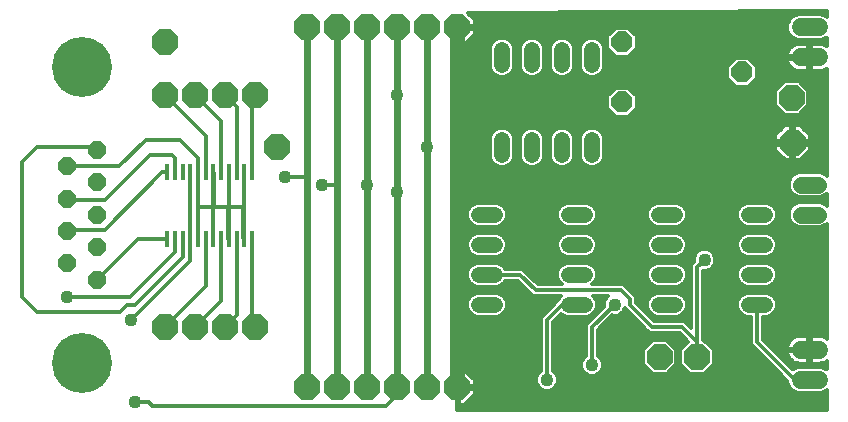
<source format=gtl>
G75*
%MOIN*%
%OFA0B0*%
%FSLAX25Y25*%
%IPPOS*%
%LPD*%
%AMOC8*
5,1,8,0,0,1.08239X$1,22.5*
%
%ADD10C,0.06000*%
%ADD11C,0.05600*%
%ADD12C,0.05200*%
%ADD13OC8,0.07000*%
%ADD14OC8,0.08500*%
%ADD15R,0.01400X0.05800*%
%ADD16OC8,0.06000*%
%ADD17C,0.20000*%
%ADD18C,0.05000*%
%ADD19C,0.01200*%
%ADD20C,0.04362*%
%ADD21C,0.02400*%
%ADD22C,0.01600*%
D10*
X0311300Y0019294D02*
X0317300Y0019294D01*
X0317300Y0029294D02*
X0311300Y0029294D01*
X0311300Y0126794D02*
X0317300Y0126794D01*
X0317300Y0136794D02*
X0311300Y0136794D01*
D11*
X0311500Y0084294D02*
X0317100Y0084294D01*
X0317100Y0074294D02*
X0311500Y0074294D01*
D12*
X0299400Y0074294D02*
X0294200Y0074294D01*
X0294200Y0064294D02*
X0299400Y0064294D01*
X0299400Y0054294D02*
X0294200Y0054294D01*
X0294200Y0044294D02*
X0299400Y0044294D01*
X0269400Y0044294D02*
X0264200Y0044294D01*
X0264200Y0054294D02*
X0269400Y0054294D01*
X0269400Y0064294D02*
X0264200Y0064294D01*
X0264200Y0074294D02*
X0269400Y0074294D01*
X0239400Y0074294D02*
X0234200Y0074294D01*
X0234200Y0064294D02*
X0239400Y0064294D01*
X0239400Y0054294D02*
X0234200Y0054294D01*
X0234200Y0044294D02*
X0239400Y0044294D01*
X0209400Y0044294D02*
X0204200Y0044294D01*
X0204200Y0054294D02*
X0209400Y0054294D01*
X0209400Y0064294D02*
X0204200Y0064294D01*
X0204200Y0074294D02*
X0209400Y0074294D01*
X0211800Y0094194D02*
X0211800Y0099394D01*
X0221800Y0099394D02*
X0221800Y0094194D01*
X0231800Y0094194D02*
X0231800Y0099394D01*
X0241800Y0099394D02*
X0241800Y0094194D01*
X0241800Y0124194D02*
X0241800Y0129394D01*
X0231800Y0129394D02*
X0231800Y0124194D01*
X0221800Y0124194D02*
X0221800Y0129394D01*
X0211800Y0129394D02*
X0211800Y0124194D01*
D13*
X0251800Y0131794D03*
X0251800Y0111794D03*
X0291800Y0121794D03*
D14*
X0308316Y0113310D03*
X0308670Y0098329D03*
X0196800Y0136794D03*
X0186800Y0136794D03*
X0176800Y0136794D03*
X0166800Y0136794D03*
X0156800Y0136794D03*
X0146800Y0136794D03*
X0129300Y0114294D03*
X0119300Y0114294D03*
X0109300Y0114294D03*
X0099300Y0114294D03*
X0099300Y0131794D03*
X0136800Y0096794D03*
X0129300Y0036794D03*
X0119300Y0036794D03*
X0109300Y0036794D03*
X0099300Y0036794D03*
X0146800Y0016794D03*
X0156800Y0016794D03*
X0166800Y0016794D03*
X0176800Y0016794D03*
X0186800Y0016794D03*
X0196800Y0016794D03*
X0264300Y0026794D03*
X0276800Y0026794D03*
D15*
X0128400Y0066225D03*
X0125800Y0066225D03*
X0123300Y0066225D03*
X0120700Y0066225D03*
X0118100Y0066225D03*
X0115600Y0066225D03*
X0113000Y0066225D03*
X0110500Y0066225D03*
X0107900Y0066225D03*
X0105300Y0066225D03*
X0102800Y0066225D03*
X0100200Y0066225D03*
X0100200Y0088425D03*
X0102800Y0088425D03*
X0105300Y0088425D03*
X0107900Y0088425D03*
X0110500Y0088425D03*
X0113000Y0088425D03*
X0115600Y0088425D03*
X0118100Y0088425D03*
X0120700Y0088425D03*
X0123300Y0088425D03*
X0125800Y0088425D03*
X0128400Y0088425D03*
D16*
X0076800Y0085094D03*
X0066800Y0090494D03*
X0076800Y0095894D03*
X0066800Y0079694D03*
X0076800Y0074294D03*
X0066800Y0068894D03*
X0076800Y0063494D03*
X0066800Y0058094D03*
X0076800Y0052694D03*
D17*
X0071800Y0024994D03*
X0071800Y0123594D03*
D18*
X0196800Y0136794D02*
X0196800Y0016794D01*
D19*
X0196800Y0017394D02*
X0196800Y0136194D01*
X0197400Y0136194D01*
X0197400Y0137394D01*
X0202650Y0137394D01*
X0202650Y0139217D01*
X0200384Y0141483D01*
X0319991Y0142175D01*
X0319991Y0140308D01*
X0319785Y0140513D01*
X0318173Y0141181D01*
X0310427Y0141181D01*
X0308815Y0140513D01*
X0307581Y0139279D01*
X0306913Y0137666D01*
X0306913Y0135921D01*
X0307581Y0134309D01*
X0308815Y0133074D01*
X0310427Y0132406D01*
X0318173Y0132406D01*
X0319785Y0133074D01*
X0319991Y0133280D01*
X0319991Y0130525D01*
X0319711Y0130728D01*
X0319066Y0131057D01*
X0318377Y0131280D01*
X0317662Y0131394D01*
X0314700Y0131394D01*
X0314700Y0127194D01*
X0313900Y0127194D01*
X0313900Y0131394D01*
X0310938Y0131394D01*
X0310223Y0131280D01*
X0309534Y0131057D01*
X0308889Y0130728D01*
X0308303Y0130302D01*
X0307791Y0129790D01*
X0307366Y0129205D01*
X0307037Y0128560D01*
X0306813Y0127871D01*
X0306706Y0127194D01*
X0313900Y0127194D01*
X0313900Y0126394D01*
X0306706Y0126394D01*
X0306813Y0125717D01*
X0307037Y0125028D01*
X0307366Y0124383D01*
X0307791Y0123797D01*
X0308303Y0123285D01*
X0308889Y0122859D01*
X0309534Y0122531D01*
X0310223Y0122307D01*
X0310938Y0122194D01*
X0313900Y0122194D01*
X0313900Y0126394D01*
X0314700Y0126394D01*
X0314700Y0122194D01*
X0317662Y0122194D01*
X0318377Y0122307D01*
X0319066Y0122531D01*
X0319711Y0122859D01*
X0319991Y0123063D01*
X0319991Y0087325D01*
X0319472Y0087844D01*
X0317933Y0088481D01*
X0310667Y0088481D01*
X0309128Y0087844D01*
X0307950Y0086666D01*
X0307313Y0085127D01*
X0307313Y0083461D01*
X0307950Y0081922D01*
X0309128Y0080744D01*
X0310667Y0080106D01*
X0317933Y0080106D01*
X0319472Y0080744D01*
X0319991Y0081262D01*
X0319991Y0077325D01*
X0319472Y0077844D01*
X0317933Y0078481D01*
X0310667Y0078481D01*
X0309128Y0077844D01*
X0307950Y0076666D01*
X0307313Y0075127D01*
X0307313Y0073461D01*
X0307950Y0071922D01*
X0309128Y0070744D01*
X0310667Y0070106D01*
X0317933Y0070106D01*
X0319472Y0070744D01*
X0319991Y0071262D01*
X0319991Y0033025D01*
X0319711Y0033228D01*
X0319066Y0033557D01*
X0318377Y0033780D01*
X0317662Y0033894D01*
X0314700Y0033894D01*
X0314700Y0029694D01*
X0313900Y0029694D01*
X0313900Y0033894D01*
X0310938Y0033894D01*
X0310223Y0033780D01*
X0309534Y0033557D01*
X0308889Y0033228D01*
X0308303Y0032802D01*
X0307791Y0032290D01*
X0307366Y0031705D01*
X0307037Y0031060D01*
X0306813Y0030371D01*
X0306706Y0029694D01*
X0313900Y0029694D01*
X0313900Y0028894D01*
X0306706Y0028894D01*
X0306813Y0028217D01*
X0307037Y0027528D01*
X0307366Y0026883D01*
X0307791Y0026297D01*
X0308303Y0025785D01*
X0308889Y0025359D01*
X0309534Y0025031D01*
X0310223Y0024807D01*
X0310938Y0024694D01*
X0313900Y0024694D01*
X0313900Y0028894D01*
X0314700Y0028894D01*
X0314700Y0024694D01*
X0317662Y0024694D01*
X0318377Y0024807D01*
X0319066Y0025031D01*
X0319711Y0025359D01*
X0319991Y0025563D01*
X0319991Y0022808D01*
X0319785Y0023013D01*
X0318173Y0023681D01*
X0310427Y0023681D01*
X0308815Y0023013D01*
X0308603Y0022801D01*
X0298787Y0032617D01*
X0298787Y0040306D01*
X0300193Y0040306D01*
X0301659Y0040913D01*
X0302780Y0042035D01*
X0303387Y0043501D01*
X0303387Y0045087D01*
X0302780Y0046552D01*
X0301659Y0047674D01*
X0300193Y0048281D01*
X0293407Y0048281D01*
X0291941Y0047674D01*
X0290820Y0046552D01*
X0290213Y0045087D01*
X0290213Y0043501D01*
X0290820Y0042035D01*
X0291941Y0040913D01*
X0293407Y0040306D01*
X0294813Y0040306D01*
X0294813Y0030971D01*
X0295977Y0029806D01*
X0306913Y0018871D01*
X0306913Y0018421D01*
X0307581Y0016809D01*
X0308815Y0015574D01*
X0310427Y0014906D01*
X0318173Y0014906D01*
X0319785Y0015574D01*
X0319991Y0015780D01*
X0319991Y0009194D01*
X0196800Y0009194D01*
X0196800Y0016194D01*
X0197400Y0016194D01*
X0197400Y0017394D01*
X0196800Y0017394D01*
X0196800Y0017580D02*
X0197400Y0017580D01*
X0197400Y0017394D02*
X0197400Y0022644D01*
X0199223Y0022644D01*
X0202650Y0019217D01*
X0202650Y0017394D01*
X0197400Y0017394D01*
X0197400Y0016382D02*
X0224665Y0016382D01*
X0224779Y0016269D02*
X0226090Y0015725D01*
X0227510Y0015725D01*
X0228821Y0016269D01*
X0229825Y0017272D01*
X0230368Y0018584D01*
X0230368Y0020004D01*
X0229825Y0021315D01*
X0228821Y0022319D01*
X0228787Y0022333D01*
X0228787Y0038471D01*
X0231586Y0041269D01*
X0231941Y0040913D01*
X0233407Y0040306D01*
X0240193Y0040306D01*
X0241659Y0040913D01*
X0242780Y0042035D01*
X0243387Y0043501D01*
X0243387Y0045087D01*
X0242780Y0046552D01*
X0242204Y0047129D01*
X0247089Y0047129D01*
X0246275Y0046315D01*
X0245731Y0045004D01*
X0245731Y0043584D01*
X0245746Y0043550D01*
X0240977Y0038781D01*
X0239813Y0037617D01*
X0239813Y0027333D01*
X0239779Y0027319D01*
X0238775Y0026315D01*
X0238231Y0025004D01*
X0238231Y0023584D01*
X0238775Y0022272D01*
X0239779Y0021269D01*
X0241090Y0020725D01*
X0242510Y0020725D01*
X0243821Y0021269D01*
X0244825Y0022272D01*
X0245368Y0023584D01*
X0245368Y0025004D01*
X0244825Y0026315D01*
X0243821Y0027319D01*
X0243787Y0027333D01*
X0243787Y0035971D01*
X0248556Y0040739D01*
X0248590Y0040725D01*
X0250010Y0040725D01*
X0251321Y0041269D01*
X0252325Y0042272D01*
X0252672Y0043111D01*
X0259813Y0035971D01*
X0260977Y0034806D01*
X0270977Y0034806D01*
X0273908Y0031875D01*
X0271163Y0029129D01*
X0271163Y0024459D01*
X0274465Y0021156D01*
X0279135Y0021156D01*
X0282437Y0024459D01*
X0282437Y0029129D01*
X0279135Y0032431D01*
X0278787Y0032431D01*
X0278787Y0055725D01*
X0280010Y0055725D01*
X0281321Y0056269D01*
X0282325Y0057272D01*
X0282868Y0058584D01*
X0282868Y0060004D01*
X0282325Y0061315D01*
X0281321Y0062319D01*
X0280010Y0062862D01*
X0278590Y0062862D01*
X0277279Y0062319D01*
X0276275Y0061315D01*
X0275731Y0060004D01*
X0275731Y0058584D01*
X0275746Y0058550D01*
X0274813Y0057617D01*
X0274813Y0036592D01*
X0272623Y0038781D01*
X0262623Y0038781D01*
X0256465Y0044940D01*
X0256465Y0046987D01*
X0253512Y0049940D01*
X0252348Y0051104D01*
X0241849Y0051104D01*
X0242780Y0052035D01*
X0243387Y0053501D01*
X0243387Y0055087D01*
X0242780Y0056552D01*
X0241659Y0057674D01*
X0240193Y0058281D01*
X0233407Y0058281D01*
X0231941Y0057674D01*
X0230820Y0056552D01*
X0230213Y0055087D01*
X0230213Y0053501D01*
X0230820Y0052035D01*
X0231751Y0051104D01*
X0223804Y0051104D01*
X0218627Y0056281D01*
X0212893Y0056281D01*
X0212780Y0056552D01*
X0211659Y0057674D01*
X0210193Y0058281D01*
X0203407Y0058281D01*
X0201941Y0057674D01*
X0200820Y0056552D01*
X0200213Y0055087D01*
X0200213Y0053501D01*
X0200820Y0052035D01*
X0201941Y0050913D01*
X0203407Y0050306D01*
X0210193Y0050306D01*
X0211659Y0050913D01*
X0212780Y0052035D01*
X0212893Y0052306D01*
X0216981Y0052306D01*
X0222158Y0047129D01*
X0231396Y0047129D01*
X0230820Y0046552D01*
X0230517Y0045821D01*
X0229813Y0045117D01*
X0225977Y0041281D01*
X0224813Y0040117D01*
X0224813Y0022333D01*
X0224779Y0022319D01*
X0223775Y0021315D01*
X0223231Y0020004D01*
X0223231Y0018584D01*
X0223775Y0017272D01*
X0224779Y0016269D01*
X0223647Y0017580D02*
X0202650Y0017580D01*
X0202650Y0018779D02*
X0223231Y0018779D01*
X0223231Y0019977D02*
X0201890Y0019977D01*
X0200691Y0021176D02*
X0223717Y0021176D01*
X0224813Y0022374D02*
X0199492Y0022374D01*
X0197400Y0022374D02*
X0196800Y0022374D01*
X0196800Y0021176D02*
X0197400Y0021176D01*
X0197400Y0019977D02*
X0196800Y0019977D01*
X0196800Y0018779D02*
X0197400Y0018779D01*
X0197400Y0016194D02*
X0202650Y0016194D01*
X0202650Y0014371D01*
X0199223Y0010944D01*
X0197400Y0010944D01*
X0197400Y0016194D01*
X0197400Y0015183D02*
X0196800Y0015183D01*
X0196800Y0013985D02*
X0197400Y0013985D01*
X0197400Y0012786D02*
X0196800Y0012786D01*
X0196800Y0011588D02*
X0197400Y0011588D01*
X0196800Y0010389D02*
X0319991Y0010389D01*
X0319991Y0011588D02*
X0199867Y0011588D01*
X0201066Y0012786D02*
X0319991Y0012786D01*
X0319991Y0013985D02*
X0202264Y0013985D01*
X0202650Y0015183D02*
X0309759Y0015183D01*
X0308007Y0016382D02*
X0228935Y0016382D01*
X0229953Y0017580D02*
X0307261Y0017580D01*
X0306913Y0018779D02*
X0230368Y0018779D01*
X0230368Y0019977D02*
X0305806Y0019977D01*
X0304607Y0021176D02*
X0279155Y0021176D01*
X0280353Y0022374D02*
X0303409Y0022374D01*
X0302210Y0023573D02*
X0281552Y0023573D01*
X0282437Y0024771D02*
X0301012Y0024771D01*
X0299813Y0025970D02*
X0282437Y0025970D01*
X0282437Y0027168D02*
X0298615Y0027168D01*
X0297416Y0028367D02*
X0282437Y0028367D01*
X0282001Y0029565D02*
X0296218Y0029565D01*
X0295019Y0030764D02*
X0280802Y0030764D01*
X0279604Y0031963D02*
X0294813Y0031963D01*
X0294813Y0033161D02*
X0278787Y0033161D01*
X0278787Y0034360D02*
X0294813Y0034360D01*
X0294813Y0035558D02*
X0278787Y0035558D01*
X0278787Y0036757D02*
X0294813Y0036757D01*
X0294813Y0037955D02*
X0278787Y0037955D01*
X0278787Y0039154D02*
X0294813Y0039154D01*
X0293296Y0040352D02*
X0278787Y0040352D01*
X0278787Y0041551D02*
X0291304Y0041551D01*
X0290524Y0042749D02*
X0278787Y0042749D01*
X0278787Y0043948D02*
X0290213Y0043948D01*
X0290237Y0045146D02*
X0278787Y0045146D01*
X0278787Y0046345D02*
X0290734Y0046345D01*
X0291810Y0047543D02*
X0278787Y0047543D01*
X0278787Y0048742D02*
X0319991Y0048742D01*
X0319991Y0049940D02*
X0278787Y0049940D01*
X0278787Y0051139D02*
X0291716Y0051139D01*
X0291941Y0050913D02*
X0293407Y0050306D01*
X0300193Y0050306D01*
X0301659Y0050913D01*
X0302780Y0052035D01*
X0303387Y0053501D01*
X0303387Y0055087D01*
X0302780Y0056552D01*
X0301659Y0057674D01*
X0300193Y0058281D01*
X0293407Y0058281D01*
X0291941Y0057674D01*
X0290820Y0056552D01*
X0290213Y0055087D01*
X0290213Y0053501D01*
X0290820Y0052035D01*
X0291941Y0050913D01*
X0290695Y0052337D02*
X0278787Y0052337D01*
X0278787Y0053536D02*
X0290213Y0053536D01*
X0290213Y0054734D02*
X0278787Y0054734D01*
X0280511Y0055933D02*
X0290563Y0055933D01*
X0291398Y0057131D02*
X0282184Y0057131D01*
X0282763Y0058330D02*
X0319991Y0058330D01*
X0319991Y0059528D02*
X0282868Y0059528D01*
X0282569Y0060727D02*
X0292392Y0060727D01*
X0291941Y0060913D02*
X0293407Y0060306D01*
X0300193Y0060306D01*
X0301659Y0060913D01*
X0302780Y0062035D01*
X0303387Y0063501D01*
X0303387Y0065087D01*
X0302780Y0066552D01*
X0301659Y0067674D01*
X0300193Y0068281D01*
X0293407Y0068281D01*
X0291941Y0067674D01*
X0290820Y0066552D01*
X0290213Y0065087D01*
X0290213Y0063501D01*
X0290820Y0062035D01*
X0291941Y0060913D01*
X0290929Y0061925D02*
X0281715Y0061925D01*
X0279300Y0059294D02*
X0276800Y0056794D01*
X0276800Y0031794D01*
X0276800Y0029294D01*
X0276800Y0026794D01*
X0271163Y0027168D02*
X0269937Y0027168D01*
X0269937Y0025970D02*
X0271163Y0025970D01*
X0271163Y0024771D02*
X0269937Y0024771D01*
X0269937Y0024459D02*
X0266635Y0021156D01*
X0261965Y0021156D01*
X0258663Y0024459D01*
X0258663Y0029129D01*
X0261965Y0032431D01*
X0266635Y0032431D01*
X0269937Y0029129D01*
X0269937Y0024459D01*
X0269052Y0023573D02*
X0272048Y0023573D01*
X0273247Y0022374D02*
X0267853Y0022374D01*
X0266655Y0021176D02*
X0274445Y0021176D01*
X0271163Y0028367D02*
X0269937Y0028367D01*
X0269501Y0029565D02*
X0271599Y0029565D01*
X0272798Y0030764D02*
X0268302Y0030764D01*
X0267104Y0031963D02*
X0273821Y0031963D01*
X0272622Y0033161D02*
X0243787Y0033161D01*
X0243787Y0031963D02*
X0261496Y0031963D01*
X0260298Y0030764D02*
X0243787Y0030764D01*
X0243787Y0029565D02*
X0259099Y0029565D01*
X0258663Y0028367D02*
X0243787Y0028367D01*
X0243972Y0027168D02*
X0258663Y0027168D01*
X0258663Y0025970D02*
X0244968Y0025970D01*
X0245368Y0024771D02*
X0258663Y0024771D01*
X0259548Y0023573D02*
X0245364Y0023573D01*
X0244867Y0022374D02*
X0260747Y0022374D01*
X0261945Y0021176D02*
X0243598Y0021176D01*
X0240002Y0021176D02*
X0229883Y0021176D01*
X0228787Y0022374D02*
X0238732Y0022374D01*
X0238236Y0023573D02*
X0228787Y0023573D01*
X0228787Y0024771D02*
X0238231Y0024771D01*
X0238632Y0025970D02*
X0228787Y0025970D01*
X0228787Y0027168D02*
X0239628Y0027168D01*
X0239813Y0028367D02*
X0228787Y0028367D01*
X0228787Y0029565D02*
X0239813Y0029565D01*
X0239813Y0030764D02*
X0228787Y0030764D01*
X0228787Y0031963D02*
X0239813Y0031963D01*
X0239813Y0033161D02*
X0228787Y0033161D01*
X0228787Y0034360D02*
X0239813Y0034360D01*
X0239813Y0035558D02*
X0228787Y0035558D01*
X0228787Y0036757D02*
X0239813Y0036757D01*
X0240151Y0037955D02*
X0228787Y0037955D01*
X0229470Y0039154D02*
X0241349Y0039154D01*
X0240304Y0040352D02*
X0242548Y0040352D01*
X0242296Y0041551D02*
X0243746Y0041551D01*
X0243076Y0042749D02*
X0244945Y0042749D01*
X0245731Y0043948D02*
X0243387Y0043948D01*
X0243363Y0045146D02*
X0245791Y0045146D01*
X0246304Y0046345D02*
X0242866Y0046345D01*
X0236800Y0044294D02*
X0231800Y0044294D01*
X0226800Y0039294D01*
X0226800Y0019294D01*
X0224813Y0023573D02*
X0196800Y0023573D01*
X0196800Y0024771D02*
X0224813Y0024771D01*
X0224813Y0025970D02*
X0196800Y0025970D01*
X0196800Y0027168D02*
X0224813Y0027168D01*
X0224813Y0028367D02*
X0196800Y0028367D01*
X0196800Y0029565D02*
X0224813Y0029565D01*
X0224813Y0030764D02*
X0196800Y0030764D01*
X0196800Y0031963D02*
X0224813Y0031963D01*
X0224813Y0033161D02*
X0196800Y0033161D01*
X0196800Y0034360D02*
X0224813Y0034360D01*
X0224813Y0035558D02*
X0196800Y0035558D01*
X0196800Y0036757D02*
X0224813Y0036757D01*
X0224813Y0037955D02*
X0196800Y0037955D01*
X0196800Y0039154D02*
X0224813Y0039154D01*
X0225048Y0040352D02*
X0210304Y0040352D01*
X0210193Y0040306D02*
X0211659Y0040913D01*
X0212780Y0042035D01*
X0213387Y0043501D01*
X0213387Y0045087D01*
X0212780Y0046552D01*
X0211659Y0047674D01*
X0210193Y0048281D01*
X0203407Y0048281D01*
X0201941Y0047674D01*
X0200820Y0046552D01*
X0200213Y0045087D01*
X0200213Y0043501D01*
X0200820Y0042035D01*
X0201941Y0040913D01*
X0203407Y0040306D01*
X0210193Y0040306D01*
X0212296Y0041551D02*
X0226246Y0041551D01*
X0227445Y0042749D02*
X0213076Y0042749D01*
X0213387Y0043948D02*
X0228643Y0043948D01*
X0229842Y0045146D02*
X0213363Y0045146D01*
X0212866Y0046345D02*
X0230734Y0046345D01*
X0231716Y0051139D02*
X0223770Y0051139D01*
X0222571Y0052337D02*
X0230695Y0052337D01*
X0230213Y0053536D02*
X0221373Y0053536D01*
X0220174Y0054734D02*
X0230213Y0054734D01*
X0230563Y0055933D02*
X0218976Y0055933D01*
X0217804Y0054294D02*
X0222981Y0049117D01*
X0251524Y0049117D01*
X0254477Y0046164D01*
X0254477Y0044117D01*
X0261800Y0036794D01*
X0271800Y0036794D01*
X0276800Y0031794D01*
X0271424Y0034360D02*
X0243787Y0034360D01*
X0243787Y0035558D02*
X0260225Y0035558D01*
X0259027Y0036757D02*
X0244573Y0036757D01*
X0245772Y0037955D02*
X0257828Y0037955D01*
X0256630Y0039154D02*
X0246970Y0039154D01*
X0248169Y0040352D02*
X0255431Y0040352D01*
X0254233Y0041551D02*
X0251603Y0041551D01*
X0252523Y0042749D02*
X0253034Y0042749D01*
X0249300Y0044294D02*
X0241800Y0036794D01*
X0241800Y0024294D01*
X0219300Y0034294D02*
X0216800Y0034294D01*
X0203296Y0040352D02*
X0196800Y0040352D01*
X0196800Y0041551D02*
X0201304Y0041551D01*
X0200524Y0042749D02*
X0196800Y0042749D01*
X0196800Y0043948D02*
X0200213Y0043948D01*
X0200237Y0045146D02*
X0196800Y0045146D01*
X0196800Y0046345D02*
X0200734Y0046345D01*
X0201810Y0047543D02*
X0196800Y0047543D01*
X0196800Y0048742D02*
X0220545Y0048742D01*
X0219347Y0049940D02*
X0196800Y0049940D01*
X0196800Y0051139D02*
X0201716Y0051139D01*
X0200695Y0052337D02*
X0196800Y0052337D01*
X0196800Y0053536D02*
X0200213Y0053536D01*
X0200213Y0054734D02*
X0196800Y0054734D01*
X0196800Y0055933D02*
X0200563Y0055933D01*
X0201398Y0057131D02*
X0196800Y0057131D01*
X0196800Y0058330D02*
X0275525Y0058330D01*
X0275731Y0059528D02*
X0196800Y0059528D01*
X0196800Y0060727D02*
X0202392Y0060727D01*
X0201941Y0060913D02*
X0203407Y0060306D01*
X0210193Y0060306D01*
X0211659Y0060913D01*
X0212780Y0062035D01*
X0213387Y0063501D01*
X0213387Y0065087D01*
X0212780Y0066552D01*
X0211659Y0067674D01*
X0210193Y0068281D01*
X0203407Y0068281D01*
X0201941Y0067674D01*
X0200820Y0066552D01*
X0200213Y0065087D01*
X0200213Y0063501D01*
X0200820Y0062035D01*
X0201941Y0060913D01*
X0200929Y0061925D02*
X0196800Y0061925D01*
X0196800Y0063124D02*
X0200369Y0063124D01*
X0200213Y0064322D02*
X0196800Y0064322D01*
X0196800Y0065521D02*
X0200392Y0065521D01*
X0200987Y0066719D02*
X0196800Y0066719D01*
X0196800Y0067918D02*
X0202530Y0067918D01*
X0203407Y0070306D02*
X0201941Y0070913D01*
X0200820Y0072035D01*
X0200213Y0073501D01*
X0200213Y0075087D01*
X0200820Y0076552D01*
X0201941Y0077674D01*
X0203407Y0078281D01*
X0210193Y0078281D01*
X0211659Y0077674D01*
X0212780Y0076552D01*
X0213387Y0075087D01*
X0213387Y0073501D01*
X0212780Y0072035D01*
X0211659Y0070913D01*
X0210193Y0070306D01*
X0203407Y0070306D01*
X0203386Y0070315D02*
X0196800Y0070315D01*
X0196800Y0071513D02*
X0201341Y0071513D01*
X0200539Y0072712D02*
X0196800Y0072712D01*
X0196800Y0073910D02*
X0200213Y0073910D01*
X0200222Y0075109D02*
X0196800Y0075109D01*
X0196800Y0076307D02*
X0200718Y0076307D01*
X0201773Y0077506D02*
X0196800Y0077506D01*
X0196800Y0078704D02*
X0319991Y0078704D01*
X0319991Y0077506D02*
X0319810Y0077506D01*
X0319991Y0079903D02*
X0196800Y0079903D01*
X0196800Y0081101D02*
X0308770Y0081101D01*
X0307793Y0082300D02*
X0196800Y0082300D01*
X0196800Y0083498D02*
X0307313Y0083498D01*
X0307313Y0084697D02*
X0196800Y0084697D01*
X0196800Y0085896D02*
X0307631Y0085896D01*
X0308378Y0087094D02*
X0196800Y0087094D01*
X0196800Y0088293D02*
X0310212Y0088293D01*
X0311093Y0092479D02*
X0314520Y0095906D01*
X0314520Y0097729D01*
X0309270Y0097729D01*
X0309270Y0092479D01*
X0311093Y0092479D01*
X0311701Y0093087D02*
X0319991Y0093087D01*
X0319991Y0094285D02*
X0312899Y0094285D01*
X0314098Y0095484D02*
X0319991Y0095484D01*
X0319991Y0096682D02*
X0314520Y0096682D01*
X0314520Y0098929D02*
X0309270Y0098929D01*
X0309270Y0097729D01*
X0308070Y0097729D01*
X0308070Y0092479D01*
X0306247Y0092479D01*
X0302820Y0095906D01*
X0302820Y0097729D01*
X0308070Y0097729D01*
X0308070Y0098929D01*
X0302820Y0098929D01*
X0302820Y0100752D01*
X0306247Y0104179D01*
X0308070Y0104179D01*
X0308070Y0098929D01*
X0309270Y0098929D01*
X0309270Y0104179D01*
X0311093Y0104179D01*
X0314520Y0100752D01*
X0314520Y0098929D01*
X0314520Y0099079D02*
X0319991Y0099079D01*
X0319991Y0097881D02*
X0309270Y0097881D01*
X0309270Y0099079D02*
X0308070Y0099079D01*
X0308070Y0097881D02*
X0245787Y0097881D01*
X0245787Y0099079D02*
X0302820Y0099079D01*
X0302820Y0100278D02*
X0245750Y0100278D01*
X0245787Y0100187D02*
X0245180Y0101652D01*
X0244059Y0102774D01*
X0242593Y0103381D01*
X0241007Y0103381D01*
X0239541Y0102774D01*
X0238420Y0101652D01*
X0237813Y0100187D01*
X0237813Y0093401D01*
X0238420Y0091935D01*
X0239541Y0090813D01*
X0241007Y0090206D01*
X0242593Y0090206D01*
X0244059Y0090813D01*
X0245180Y0091935D01*
X0245787Y0093401D01*
X0245787Y0100187D01*
X0245253Y0101476D02*
X0303544Y0101476D01*
X0304742Y0102675D02*
X0244158Y0102675D01*
X0239442Y0102675D02*
X0234158Y0102675D01*
X0234059Y0102774D02*
X0232593Y0103381D01*
X0231007Y0103381D01*
X0229541Y0102774D01*
X0228420Y0101652D01*
X0227813Y0100187D01*
X0227813Y0093401D01*
X0228420Y0091935D01*
X0229541Y0090813D01*
X0231007Y0090206D01*
X0232593Y0090206D01*
X0234059Y0090813D01*
X0235180Y0091935D01*
X0235787Y0093401D01*
X0235787Y0100187D01*
X0235180Y0101652D01*
X0234059Y0102774D01*
X0235253Y0101476D02*
X0238347Y0101476D01*
X0237850Y0100278D02*
X0235750Y0100278D01*
X0235787Y0099079D02*
X0237813Y0099079D01*
X0237813Y0097881D02*
X0235787Y0097881D01*
X0235787Y0096682D02*
X0237813Y0096682D01*
X0237813Y0095484D02*
X0235787Y0095484D01*
X0235787Y0094285D02*
X0237813Y0094285D01*
X0237943Y0093087D02*
X0235657Y0093087D01*
X0235133Y0091888D02*
X0238467Y0091888D01*
X0239840Y0090690D02*
X0233760Y0090690D01*
X0229840Y0090690D02*
X0223760Y0090690D01*
X0224059Y0090813D02*
X0225180Y0091935D01*
X0225787Y0093401D01*
X0225787Y0100187D01*
X0225180Y0101652D01*
X0224059Y0102774D01*
X0222593Y0103381D01*
X0221007Y0103381D01*
X0219541Y0102774D01*
X0218420Y0101652D01*
X0217813Y0100187D01*
X0217813Y0093401D01*
X0218420Y0091935D01*
X0219541Y0090813D01*
X0221007Y0090206D01*
X0222593Y0090206D01*
X0224059Y0090813D01*
X0225133Y0091888D02*
X0228467Y0091888D01*
X0227943Y0093087D02*
X0225657Y0093087D01*
X0225787Y0094285D02*
X0227813Y0094285D01*
X0227813Y0095484D02*
X0225787Y0095484D01*
X0225787Y0096682D02*
X0227813Y0096682D01*
X0227813Y0097881D02*
X0225787Y0097881D01*
X0225787Y0099079D02*
X0227813Y0099079D01*
X0227850Y0100278D02*
X0225750Y0100278D01*
X0225253Y0101476D02*
X0228347Y0101476D01*
X0229442Y0102675D02*
X0224158Y0102675D01*
X0219442Y0102675D02*
X0214158Y0102675D01*
X0214059Y0102774D02*
X0212593Y0103381D01*
X0211007Y0103381D01*
X0209541Y0102774D01*
X0208420Y0101652D01*
X0207813Y0100187D01*
X0207813Y0093401D01*
X0208420Y0091935D01*
X0209541Y0090813D01*
X0211007Y0090206D01*
X0212593Y0090206D01*
X0214059Y0090813D01*
X0215180Y0091935D01*
X0215787Y0093401D01*
X0215787Y0100187D01*
X0215180Y0101652D01*
X0214059Y0102774D01*
X0215253Y0101476D02*
X0218347Y0101476D01*
X0217850Y0100278D02*
X0215750Y0100278D01*
X0215787Y0099079D02*
X0217813Y0099079D01*
X0217813Y0097881D02*
X0215787Y0097881D01*
X0215787Y0096682D02*
X0217813Y0096682D01*
X0217813Y0095484D02*
X0215787Y0095484D01*
X0215787Y0094285D02*
X0217813Y0094285D01*
X0217943Y0093087D02*
X0215657Y0093087D01*
X0215133Y0091888D02*
X0218467Y0091888D01*
X0219840Y0090690D02*
X0213760Y0090690D01*
X0209840Y0090690D02*
X0196800Y0090690D01*
X0196800Y0091888D02*
X0208467Y0091888D01*
X0207943Y0093087D02*
X0196800Y0093087D01*
X0196800Y0094285D02*
X0207813Y0094285D01*
X0207813Y0095484D02*
X0196800Y0095484D01*
X0196800Y0096682D02*
X0207813Y0096682D01*
X0207813Y0097881D02*
X0196800Y0097881D01*
X0196800Y0099079D02*
X0207813Y0099079D01*
X0207850Y0100278D02*
X0196800Y0100278D01*
X0196800Y0101476D02*
X0208347Y0101476D01*
X0209442Y0102675D02*
X0196800Y0102675D01*
X0196800Y0103873D02*
X0305941Y0103873D01*
X0308070Y0103873D02*
X0309270Y0103873D01*
X0309270Y0102675D02*
X0308070Y0102675D01*
X0308070Y0101476D02*
X0309270Y0101476D01*
X0309270Y0100278D02*
X0308070Y0100278D01*
X0312598Y0102675D02*
X0319991Y0102675D01*
X0319991Y0103873D02*
X0311399Y0103873D01*
X0313796Y0101476D02*
X0319991Y0101476D01*
X0319991Y0100278D02*
X0314520Y0100278D01*
X0309270Y0096682D02*
X0308070Y0096682D01*
X0308070Y0095484D02*
X0309270Y0095484D01*
X0309270Y0094285D02*
X0308070Y0094285D01*
X0308070Y0093087D02*
X0309270Y0093087D01*
X0305640Y0093087D02*
X0245657Y0093087D01*
X0245787Y0094285D02*
X0304441Y0094285D01*
X0303243Y0095484D02*
X0245787Y0095484D01*
X0245787Y0096682D02*
X0302820Y0096682D01*
X0318388Y0088293D02*
X0319991Y0088293D01*
X0319991Y0089491D02*
X0196800Y0089491D01*
X0199300Y0086794D02*
X0199300Y0081794D01*
X0211827Y0077506D02*
X0231773Y0077506D01*
X0231941Y0077674D02*
X0230820Y0076552D01*
X0230213Y0075087D01*
X0230213Y0073501D01*
X0230820Y0072035D01*
X0231941Y0070913D01*
X0233407Y0070306D01*
X0240193Y0070306D01*
X0241659Y0070913D01*
X0242780Y0072035D01*
X0243387Y0073501D01*
X0243387Y0075087D01*
X0242780Y0076552D01*
X0241659Y0077674D01*
X0240193Y0078281D01*
X0233407Y0078281D01*
X0231941Y0077674D01*
X0230718Y0076307D02*
X0212882Y0076307D01*
X0213378Y0075109D02*
X0230222Y0075109D01*
X0230213Y0073910D02*
X0213387Y0073910D01*
X0213061Y0072712D02*
X0230539Y0072712D01*
X0231341Y0071513D02*
X0212259Y0071513D01*
X0210214Y0070315D02*
X0233386Y0070315D01*
X0233407Y0068281D02*
X0231941Y0067674D01*
X0230820Y0066552D01*
X0230213Y0065087D01*
X0230213Y0063501D01*
X0230820Y0062035D01*
X0231941Y0060913D01*
X0233407Y0060306D01*
X0240193Y0060306D01*
X0241659Y0060913D01*
X0242780Y0062035D01*
X0243387Y0063501D01*
X0243387Y0065087D01*
X0242780Y0066552D01*
X0241659Y0067674D01*
X0240193Y0068281D01*
X0233407Y0068281D01*
X0232530Y0067918D02*
X0211070Y0067918D01*
X0212613Y0066719D02*
X0230987Y0066719D01*
X0230392Y0065521D02*
X0213208Y0065521D01*
X0213387Y0064322D02*
X0230213Y0064322D01*
X0230369Y0063124D02*
X0213231Y0063124D01*
X0212671Y0061925D02*
X0230929Y0061925D01*
X0232392Y0060727D02*
X0211208Y0060727D01*
X0212202Y0057131D02*
X0231398Y0057131D01*
X0221800Y0056794D02*
X0221800Y0059294D01*
X0217804Y0054294D02*
X0206800Y0054294D01*
X0211884Y0051139D02*
X0218148Y0051139D01*
X0221744Y0047543D02*
X0211790Y0047543D01*
X0230669Y0040352D02*
X0233296Y0040352D01*
X0241884Y0051139D02*
X0261716Y0051139D01*
X0261941Y0050913D02*
X0263407Y0050306D01*
X0270193Y0050306D01*
X0271659Y0050913D01*
X0272780Y0052035D01*
X0273387Y0053501D01*
X0273387Y0055087D01*
X0272780Y0056552D01*
X0271659Y0057674D01*
X0270193Y0058281D01*
X0263407Y0058281D01*
X0261941Y0057674D01*
X0260820Y0056552D01*
X0260213Y0055087D01*
X0260213Y0053501D01*
X0260820Y0052035D01*
X0261941Y0050913D01*
X0260695Y0052337D02*
X0242905Y0052337D01*
X0243387Y0053536D02*
X0260213Y0053536D01*
X0260213Y0054734D02*
X0243387Y0054734D01*
X0243037Y0055933D02*
X0260563Y0055933D01*
X0261398Y0057131D02*
X0242202Y0057131D01*
X0241208Y0060727D02*
X0262392Y0060727D01*
X0261941Y0060913D02*
X0263407Y0060306D01*
X0270193Y0060306D01*
X0271659Y0060913D01*
X0272780Y0062035D01*
X0273387Y0063501D01*
X0273387Y0065087D01*
X0272780Y0066552D01*
X0271659Y0067674D01*
X0270193Y0068281D01*
X0263407Y0068281D01*
X0261941Y0067674D01*
X0260820Y0066552D01*
X0260213Y0065087D01*
X0260213Y0063501D01*
X0260820Y0062035D01*
X0261941Y0060913D01*
X0260929Y0061925D02*
X0242671Y0061925D01*
X0243231Y0063124D02*
X0260369Y0063124D01*
X0260213Y0064322D02*
X0243387Y0064322D01*
X0243208Y0065521D02*
X0260392Y0065521D01*
X0260987Y0066719D02*
X0242613Y0066719D01*
X0241070Y0067918D02*
X0262530Y0067918D01*
X0263407Y0070306D02*
X0261941Y0070913D01*
X0260820Y0072035D01*
X0260213Y0073501D01*
X0260213Y0075087D01*
X0260820Y0076552D01*
X0261941Y0077674D01*
X0263407Y0078281D01*
X0270193Y0078281D01*
X0271659Y0077674D01*
X0272780Y0076552D01*
X0273387Y0075087D01*
X0273387Y0073501D01*
X0272780Y0072035D01*
X0271659Y0070913D01*
X0270193Y0070306D01*
X0263407Y0070306D01*
X0263386Y0070315D02*
X0240214Y0070315D01*
X0242259Y0071513D02*
X0261341Y0071513D01*
X0260539Y0072712D02*
X0243061Y0072712D01*
X0243387Y0073910D02*
X0260213Y0073910D01*
X0260222Y0075109D02*
X0243378Y0075109D01*
X0242882Y0076307D02*
X0260718Y0076307D01*
X0261773Y0077506D02*
X0241827Y0077506D01*
X0249300Y0081794D02*
X0251800Y0069294D01*
X0270214Y0070315D02*
X0293386Y0070315D01*
X0293407Y0070306D02*
X0291941Y0070913D01*
X0290820Y0072035D01*
X0290213Y0073501D01*
X0290213Y0075087D01*
X0290820Y0076552D01*
X0291941Y0077674D01*
X0293407Y0078281D01*
X0300193Y0078281D01*
X0301659Y0077674D01*
X0302780Y0076552D01*
X0303387Y0075087D01*
X0303387Y0073501D01*
X0302780Y0072035D01*
X0301659Y0070913D01*
X0300193Y0070306D01*
X0293407Y0070306D01*
X0291341Y0071513D02*
X0272259Y0071513D01*
X0273061Y0072712D02*
X0290539Y0072712D01*
X0290213Y0073910D02*
X0273387Y0073910D01*
X0273378Y0075109D02*
X0290222Y0075109D01*
X0290718Y0076307D02*
X0272882Y0076307D01*
X0271827Y0077506D02*
X0291773Y0077506D01*
X0301827Y0077506D02*
X0308790Y0077506D01*
X0307802Y0076307D02*
X0302882Y0076307D01*
X0303378Y0075109D02*
X0307313Y0075109D01*
X0307313Y0073910D02*
X0303387Y0073910D01*
X0303061Y0072712D02*
X0307623Y0072712D01*
X0308359Y0071513D02*
X0302259Y0071513D01*
X0300214Y0070315D02*
X0310164Y0070315D01*
X0302613Y0066719D02*
X0319991Y0066719D01*
X0319991Y0065521D02*
X0303208Y0065521D01*
X0303387Y0064322D02*
X0319991Y0064322D01*
X0319991Y0063124D02*
X0303231Y0063124D01*
X0302671Y0061925D02*
X0319991Y0061925D01*
X0319991Y0060727D02*
X0301208Y0060727D01*
X0302202Y0057131D02*
X0319991Y0057131D01*
X0319991Y0055933D02*
X0303037Y0055933D01*
X0303387Y0054734D02*
X0319991Y0054734D01*
X0319991Y0053536D02*
X0303387Y0053536D01*
X0302905Y0052337D02*
X0319991Y0052337D01*
X0319991Y0051139D02*
X0301884Y0051139D01*
X0301790Y0047543D02*
X0319991Y0047543D01*
X0319991Y0046345D02*
X0302866Y0046345D01*
X0303363Y0045146D02*
X0319991Y0045146D01*
X0319991Y0043948D02*
X0303387Y0043948D01*
X0303076Y0042749D02*
X0319991Y0042749D01*
X0319991Y0041551D02*
X0302296Y0041551D01*
X0300304Y0040352D02*
X0319991Y0040352D01*
X0319991Y0039154D02*
X0298787Y0039154D01*
X0298787Y0037955D02*
X0319991Y0037955D01*
X0319991Y0036757D02*
X0298787Y0036757D01*
X0298787Y0035558D02*
X0319991Y0035558D01*
X0319991Y0034360D02*
X0298787Y0034360D01*
X0298787Y0033161D02*
X0308797Y0033161D01*
X0307553Y0031963D02*
X0299442Y0031963D01*
X0300640Y0030764D02*
X0306941Y0030764D01*
X0301839Y0029565D02*
X0313900Y0029565D01*
X0313900Y0028367D02*
X0314700Y0028367D01*
X0314700Y0027168D02*
X0313900Y0027168D01*
X0313900Y0025970D02*
X0314700Y0025970D01*
X0314700Y0024771D02*
X0313900Y0024771D01*
X0310448Y0024771D02*
X0306633Y0024771D01*
X0307831Y0023573D02*
X0310166Y0023573D01*
X0308118Y0025970D02*
X0305434Y0025970D01*
X0304236Y0027168D02*
X0307220Y0027168D01*
X0306789Y0028367D02*
X0303037Y0028367D01*
X0296800Y0031794D02*
X0296800Y0044294D01*
X0313900Y0033161D02*
X0314700Y0033161D01*
X0314700Y0031963D02*
X0313900Y0031963D01*
X0313900Y0030764D02*
X0314700Y0030764D01*
X0319803Y0033161D02*
X0319991Y0033161D01*
X0319991Y0024771D02*
X0318152Y0024771D01*
X0318434Y0023573D02*
X0319991Y0023573D01*
X0314300Y0019294D02*
X0309300Y0019294D01*
X0296800Y0031794D01*
X0287942Y0023979D02*
X0287942Y0023526D01*
X0274813Y0036757D02*
X0274648Y0036757D01*
X0274813Y0037955D02*
X0273449Y0037955D01*
X0274813Y0039154D02*
X0262251Y0039154D01*
X0263296Y0040352D02*
X0261052Y0040352D01*
X0261941Y0040913D02*
X0263407Y0040306D01*
X0270193Y0040306D01*
X0271659Y0040913D01*
X0272780Y0042035D01*
X0273387Y0043501D01*
X0273387Y0045087D01*
X0272780Y0046552D01*
X0271659Y0047674D01*
X0270193Y0048281D01*
X0263407Y0048281D01*
X0261941Y0047674D01*
X0260820Y0046552D01*
X0260213Y0045087D01*
X0260213Y0043501D01*
X0260820Y0042035D01*
X0261941Y0040913D01*
X0261304Y0041551D02*
X0259854Y0041551D01*
X0260524Y0042749D02*
X0258655Y0042749D01*
X0257457Y0043948D02*
X0260213Y0043948D01*
X0260237Y0045146D02*
X0256465Y0045146D01*
X0256465Y0046345D02*
X0260734Y0046345D01*
X0261810Y0047543D02*
X0255908Y0047543D01*
X0254710Y0048742D02*
X0274813Y0048742D01*
X0274813Y0049940D02*
X0253511Y0049940D01*
X0271884Y0051139D02*
X0274813Y0051139D01*
X0274813Y0052337D02*
X0272905Y0052337D01*
X0273387Y0053536D02*
X0274813Y0053536D01*
X0274813Y0054734D02*
X0273387Y0054734D01*
X0273037Y0055933D02*
X0274813Y0055933D01*
X0274813Y0057131D02*
X0272202Y0057131D01*
X0271208Y0060727D02*
X0276031Y0060727D01*
X0276885Y0061925D02*
X0272671Y0061925D01*
X0273231Y0063124D02*
X0290369Y0063124D01*
X0290213Y0064322D02*
X0273387Y0064322D01*
X0273208Y0065521D02*
X0290392Y0065521D01*
X0290987Y0066719D02*
X0272613Y0066719D01*
X0271070Y0067918D02*
X0292530Y0067918D01*
X0301070Y0067918D02*
X0319991Y0067918D01*
X0319991Y0069116D02*
X0196800Y0069116D01*
X0224300Y0084294D02*
X0231800Y0084294D01*
X0243760Y0090690D02*
X0319991Y0090690D01*
X0319991Y0091888D02*
X0245133Y0091888D01*
X0249776Y0106906D02*
X0253824Y0106906D01*
X0256687Y0109769D01*
X0256687Y0113818D01*
X0253824Y0116681D01*
X0249776Y0116681D01*
X0246913Y0113818D01*
X0246913Y0109769D01*
X0249776Y0106906D01*
X0249213Y0107469D02*
X0196800Y0107469D01*
X0196800Y0108667D02*
X0248015Y0108667D01*
X0246913Y0109866D02*
X0196800Y0109866D01*
X0196800Y0111064D02*
X0246913Y0111064D01*
X0246913Y0112263D02*
X0196800Y0112263D01*
X0196800Y0113461D02*
X0246913Y0113461D01*
X0247754Y0114660D02*
X0196800Y0114660D01*
X0196800Y0115858D02*
X0248953Y0115858D01*
X0254647Y0115858D02*
X0302892Y0115858D01*
X0302678Y0115645D02*
X0302678Y0110974D01*
X0305981Y0107672D01*
X0310651Y0107672D01*
X0313953Y0110974D01*
X0313953Y0115645D01*
X0310651Y0118947D01*
X0305981Y0118947D01*
X0302678Y0115645D01*
X0302678Y0114660D02*
X0255846Y0114660D01*
X0256687Y0113461D02*
X0302678Y0113461D01*
X0302678Y0112263D02*
X0256687Y0112263D01*
X0256687Y0111064D02*
X0302678Y0111064D01*
X0303787Y0109866D02*
X0256687Y0109866D01*
X0255585Y0108667D02*
X0304986Y0108667D01*
X0311646Y0108667D02*
X0319991Y0108667D01*
X0319991Y0107469D02*
X0254387Y0107469D01*
X0244059Y0120813D02*
X0242593Y0120206D01*
X0241007Y0120206D01*
X0239541Y0120813D01*
X0238420Y0121935D01*
X0237813Y0123401D01*
X0237813Y0130187D01*
X0238420Y0131652D01*
X0239541Y0132774D01*
X0241007Y0133381D01*
X0242593Y0133381D01*
X0244059Y0132774D01*
X0245180Y0131652D01*
X0245787Y0130187D01*
X0245787Y0123401D01*
X0245180Y0121935D01*
X0244059Y0120813D01*
X0243670Y0120652D02*
X0286913Y0120652D01*
X0286913Y0119769D02*
X0289776Y0116906D01*
X0293824Y0116906D01*
X0296687Y0119769D01*
X0296687Y0123818D01*
X0293824Y0126681D01*
X0289776Y0126681D01*
X0286913Y0123818D01*
X0286913Y0119769D01*
X0287228Y0119454D02*
X0196800Y0119454D01*
X0196800Y0120652D02*
X0209930Y0120652D01*
X0209541Y0120813D02*
X0211007Y0120206D01*
X0212593Y0120206D01*
X0214059Y0120813D01*
X0215180Y0121935D01*
X0215787Y0123401D01*
X0215787Y0130187D01*
X0215180Y0131652D01*
X0214059Y0132774D01*
X0212593Y0133381D01*
X0211007Y0133381D01*
X0209541Y0132774D01*
X0208420Y0131652D01*
X0207813Y0130187D01*
X0207813Y0123401D01*
X0208420Y0121935D01*
X0209541Y0120813D01*
X0208504Y0121851D02*
X0196800Y0121851D01*
X0196800Y0123049D02*
X0207958Y0123049D01*
X0207813Y0124248D02*
X0196800Y0124248D01*
X0196800Y0125446D02*
X0207813Y0125446D01*
X0207813Y0126645D02*
X0196800Y0126645D01*
X0196800Y0127843D02*
X0207813Y0127843D01*
X0207813Y0129042D02*
X0196800Y0129042D01*
X0196800Y0130240D02*
X0207835Y0130240D01*
X0208331Y0131439D02*
X0199718Y0131439D01*
X0199223Y0130944D02*
X0197400Y0130944D01*
X0197400Y0136194D01*
X0202650Y0136194D01*
X0202650Y0134371D01*
X0199223Y0130944D01*
X0197400Y0131439D02*
X0196800Y0131439D01*
X0196800Y0132637D02*
X0197400Y0132637D01*
X0197400Y0133836D02*
X0196800Y0133836D01*
X0196800Y0135034D02*
X0197400Y0135034D01*
X0197400Y0136233D02*
X0249327Y0136233D01*
X0249776Y0136681D02*
X0246913Y0133818D01*
X0246913Y0129769D01*
X0249776Y0126906D01*
X0253824Y0126906D01*
X0256687Y0129769D01*
X0256687Y0133818D01*
X0253824Y0136681D01*
X0249776Y0136681D01*
X0248129Y0135034D02*
X0202650Y0135034D01*
X0202115Y0133836D02*
X0246930Y0133836D01*
X0246913Y0132637D02*
X0244195Y0132637D01*
X0245269Y0131439D02*
X0246913Y0131439D01*
X0246913Y0130240D02*
X0245765Y0130240D01*
X0245787Y0129042D02*
X0247640Y0129042D01*
X0248839Y0127843D02*
X0245787Y0127843D01*
X0245787Y0126645D02*
X0289739Y0126645D01*
X0288541Y0125446D02*
X0245787Y0125446D01*
X0245787Y0124248D02*
X0287342Y0124248D01*
X0286913Y0123049D02*
X0245642Y0123049D01*
X0245096Y0121851D02*
X0286913Y0121851D01*
X0288427Y0118255D02*
X0196800Y0118255D01*
X0196800Y0117057D02*
X0289625Y0117057D01*
X0293975Y0117057D02*
X0304091Y0117057D01*
X0305289Y0118255D02*
X0295173Y0118255D01*
X0296372Y0119454D02*
X0319991Y0119454D01*
X0319991Y0120652D02*
X0296687Y0120652D01*
X0296687Y0121851D02*
X0319991Y0121851D01*
X0319972Y0123049D02*
X0319991Y0123049D01*
X0319991Y0118255D02*
X0311342Y0118255D01*
X0312541Y0117057D02*
X0319991Y0117057D01*
X0319991Y0115858D02*
X0313739Y0115858D01*
X0313953Y0114660D02*
X0319991Y0114660D01*
X0319991Y0113461D02*
X0313953Y0113461D01*
X0313953Y0112263D02*
X0319991Y0112263D01*
X0319991Y0111064D02*
X0313953Y0111064D01*
X0312844Y0109866D02*
X0319991Y0109866D01*
X0319991Y0106270D02*
X0196800Y0106270D01*
X0196800Y0105072D02*
X0319991Y0105072D01*
X0314700Y0123049D02*
X0313900Y0123049D01*
X0313900Y0124248D02*
X0314700Y0124248D01*
X0314700Y0125446D02*
X0313900Y0125446D01*
X0313900Y0126645D02*
X0293861Y0126645D01*
X0295059Y0125446D02*
X0306901Y0125446D01*
X0307464Y0124248D02*
X0296258Y0124248D01*
X0296687Y0123049D02*
X0308628Y0123049D01*
X0306809Y0127843D02*
X0254761Y0127843D01*
X0255960Y0129042D02*
X0307283Y0129042D01*
X0308241Y0130240D02*
X0256687Y0130240D01*
X0256687Y0131439D02*
X0319991Y0131439D01*
X0319991Y0132637D02*
X0318731Y0132637D01*
X0314700Y0130240D02*
X0313900Y0130240D01*
X0313900Y0129042D02*
X0314700Y0129042D01*
X0314700Y0127843D02*
X0313900Y0127843D01*
X0309869Y0132637D02*
X0256687Y0132637D01*
X0256670Y0133836D02*
X0308053Y0133836D01*
X0307280Y0135034D02*
X0255471Y0135034D01*
X0254273Y0136233D02*
X0306913Y0136233D01*
X0306913Y0137432D02*
X0202650Y0137432D01*
X0202650Y0138630D02*
X0307312Y0138630D01*
X0308130Y0139829D02*
X0202038Y0139829D01*
X0200840Y0141027D02*
X0310055Y0141027D01*
X0318545Y0141027D02*
X0319991Y0141027D01*
X0239930Y0120652D02*
X0233670Y0120652D01*
X0234059Y0120813D02*
X0235180Y0121935D01*
X0235787Y0123401D01*
X0235787Y0130187D01*
X0235180Y0131652D01*
X0234059Y0132774D01*
X0232593Y0133381D01*
X0231007Y0133381D01*
X0229541Y0132774D01*
X0228420Y0131652D01*
X0227813Y0130187D01*
X0227813Y0123401D01*
X0228420Y0121935D01*
X0229541Y0120813D01*
X0231007Y0120206D01*
X0232593Y0120206D01*
X0234059Y0120813D01*
X0235096Y0121851D02*
X0238504Y0121851D01*
X0237958Y0123049D02*
X0235642Y0123049D01*
X0235787Y0124248D02*
X0237813Y0124248D01*
X0237813Y0125446D02*
X0235787Y0125446D01*
X0235787Y0126645D02*
X0237813Y0126645D01*
X0237813Y0127843D02*
X0235787Y0127843D01*
X0235787Y0129042D02*
X0237813Y0129042D01*
X0237835Y0130240D02*
X0235765Y0130240D01*
X0235269Y0131439D02*
X0238331Y0131439D01*
X0239405Y0132637D02*
X0234195Y0132637D01*
X0229405Y0132637D02*
X0224195Y0132637D01*
X0224059Y0132774D02*
X0222593Y0133381D01*
X0221007Y0133381D01*
X0219541Y0132774D01*
X0218420Y0131652D01*
X0217813Y0130187D01*
X0217813Y0123401D01*
X0218420Y0121935D01*
X0219541Y0120813D01*
X0221007Y0120206D01*
X0222593Y0120206D01*
X0224059Y0120813D01*
X0225180Y0121935D01*
X0225787Y0123401D01*
X0225787Y0130187D01*
X0225180Y0131652D01*
X0224059Y0132774D01*
X0225269Y0131439D02*
X0228331Y0131439D01*
X0227835Y0130240D02*
X0225765Y0130240D01*
X0225787Y0129042D02*
X0227813Y0129042D01*
X0227813Y0127843D02*
X0225787Y0127843D01*
X0225787Y0126645D02*
X0227813Y0126645D01*
X0227813Y0125446D02*
X0225787Y0125446D01*
X0225787Y0124248D02*
X0227813Y0124248D01*
X0227958Y0123049D02*
X0225642Y0123049D01*
X0225096Y0121851D02*
X0228504Y0121851D01*
X0229930Y0120652D02*
X0223670Y0120652D01*
X0219930Y0120652D02*
X0213670Y0120652D01*
X0215096Y0121851D02*
X0218504Y0121851D01*
X0217958Y0123049D02*
X0215642Y0123049D01*
X0215787Y0124248D02*
X0217813Y0124248D01*
X0217813Y0125446D02*
X0215787Y0125446D01*
X0215787Y0126645D02*
X0217813Y0126645D01*
X0217813Y0127843D02*
X0215787Y0127843D01*
X0215787Y0129042D02*
X0217813Y0129042D01*
X0217835Y0130240D02*
X0215765Y0130240D01*
X0215269Y0131439D02*
X0218331Y0131439D01*
X0219405Y0132637D02*
X0214195Y0132637D01*
X0209405Y0132637D02*
X0200917Y0132637D01*
X0221800Y0116794D02*
X0226800Y0115278D01*
X0226800Y0106794D02*
X0224300Y0106794D01*
X0156800Y0084294D02*
X0151800Y0084294D01*
X0146800Y0086794D02*
X0139300Y0086794D01*
X0128400Y0088425D02*
X0128400Y0113394D01*
X0129300Y0114294D01*
X0123300Y0110294D02*
X0123300Y0088425D01*
X0125800Y0088425D02*
X0125800Y0066225D01*
X0125540Y0066485D01*
X0125540Y0076676D01*
X0125422Y0076794D01*
X0120619Y0076794D01*
X0120619Y0066306D01*
X0120700Y0066225D01*
X0120700Y0088425D01*
X0118100Y0088425D02*
X0118100Y0105494D01*
X0109300Y0114294D01*
X0099300Y0114294D02*
X0113000Y0100594D01*
X0113000Y0088425D01*
X0110500Y0088425D02*
X0110500Y0076794D01*
X0115698Y0076794D01*
X0115698Y0088328D01*
X0115600Y0088425D01*
X0115600Y0066225D01*
X0118100Y0066225D02*
X0118100Y0045594D01*
X0109300Y0036794D01*
X0099300Y0036794D02*
X0113000Y0050494D01*
X0113000Y0066225D01*
X0110500Y0066225D02*
X0110500Y0076794D01*
X0115698Y0076794D02*
X0120619Y0076794D01*
X0123300Y0066225D02*
X0123300Y0040794D01*
X0119300Y0036794D01*
X0128400Y0037694D02*
X0128400Y0066225D01*
X0107900Y0066225D02*
X0107824Y0066149D01*
X0107824Y0058959D01*
X0088139Y0039274D01*
X0084300Y0041794D02*
X0086800Y0044294D01*
X0089300Y0044294D01*
X0105300Y0060294D01*
X0105300Y0066225D01*
X0102800Y0066225D02*
X0102800Y0063778D01*
X0102902Y0063676D01*
X0102902Y0061912D01*
X0087784Y0046794D01*
X0066800Y0046794D01*
X0056800Y0041794D02*
X0084300Y0041794D01*
X0076800Y0052694D02*
X0090331Y0066225D01*
X0100200Y0066225D01*
X0107900Y0066225D02*
X0107900Y0088425D01*
X0110500Y0088425D02*
X0110500Y0093094D01*
X0104300Y0099294D01*
X0093040Y0099294D01*
X0084202Y0090455D01*
X0066839Y0090455D01*
X0066800Y0090494D01*
X0075900Y0096794D02*
X0056800Y0096794D01*
X0051800Y0091794D01*
X0051800Y0046794D01*
X0056800Y0041794D01*
X0066800Y0068894D02*
X0067200Y0069294D01*
X0079300Y0069294D01*
X0098431Y0088425D01*
X0100200Y0088425D01*
X0102800Y0088425D02*
X0102800Y0093294D01*
X0101800Y0094294D01*
X0094300Y0094294D01*
X0079300Y0079294D01*
X0067200Y0079294D01*
X0066800Y0079694D01*
X0076800Y0095894D02*
X0075900Y0096794D01*
X0119300Y0114294D02*
X0123300Y0110294D01*
X0128400Y0037694D02*
X0129300Y0036794D01*
X0095028Y0010731D02*
X0093965Y0011794D01*
X0089300Y0011794D01*
X0095028Y0010731D02*
X0173237Y0010731D01*
X0176800Y0014294D01*
X0176800Y0016794D01*
X0270304Y0040352D02*
X0274813Y0040352D01*
X0274813Y0041551D02*
X0272296Y0041551D01*
X0273076Y0042749D02*
X0274813Y0042749D01*
X0274813Y0043948D02*
X0273387Y0043948D01*
X0273363Y0045146D02*
X0274813Y0045146D01*
X0274813Y0046345D02*
X0272866Y0046345D01*
X0271790Y0047543D02*
X0274813Y0047543D01*
X0318436Y0070315D02*
X0319991Y0070315D01*
X0319991Y0081101D02*
X0319830Y0081101D01*
X0319991Y0015183D02*
X0318841Y0015183D01*
D20*
X0287942Y0023979D03*
X0249300Y0044294D03*
X0219300Y0034294D03*
X0241800Y0024294D03*
X0226800Y0019294D03*
X0279300Y0059294D03*
X0249300Y0081794D03*
X0224300Y0084294D03*
X0199300Y0086794D03*
X0186800Y0096794D03*
X0166800Y0084294D03*
X0176800Y0081794D03*
X0151800Y0084294D03*
X0139300Y0086794D03*
X0176800Y0114294D03*
X0224300Y0106794D03*
X0088139Y0039274D03*
X0066800Y0046794D03*
X0089300Y0011794D03*
D21*
X0146800Y0016794D02*
X0146800Y0086794D01*
X0146800Y0136794D01*
X0156800Y0136794D02*
X0156800Y0084294D01*
X0156800Y0016794D01*
X0166800Y0016794D02*
X0166800Y0084294D01*
X0166800Y0136794D01*
X0176800Y0136794D02*
X0176800Y0114294D01*
X0176800Y0081794D01*
X0176800Y0014294D01*
X0186800Y0016794D02*
X0186800Y0096794D01*
X0186800Y0136794D01*
D22*
X0186800Y0016794D02*
X0186800Y0015416D01*
M02*

</source>
